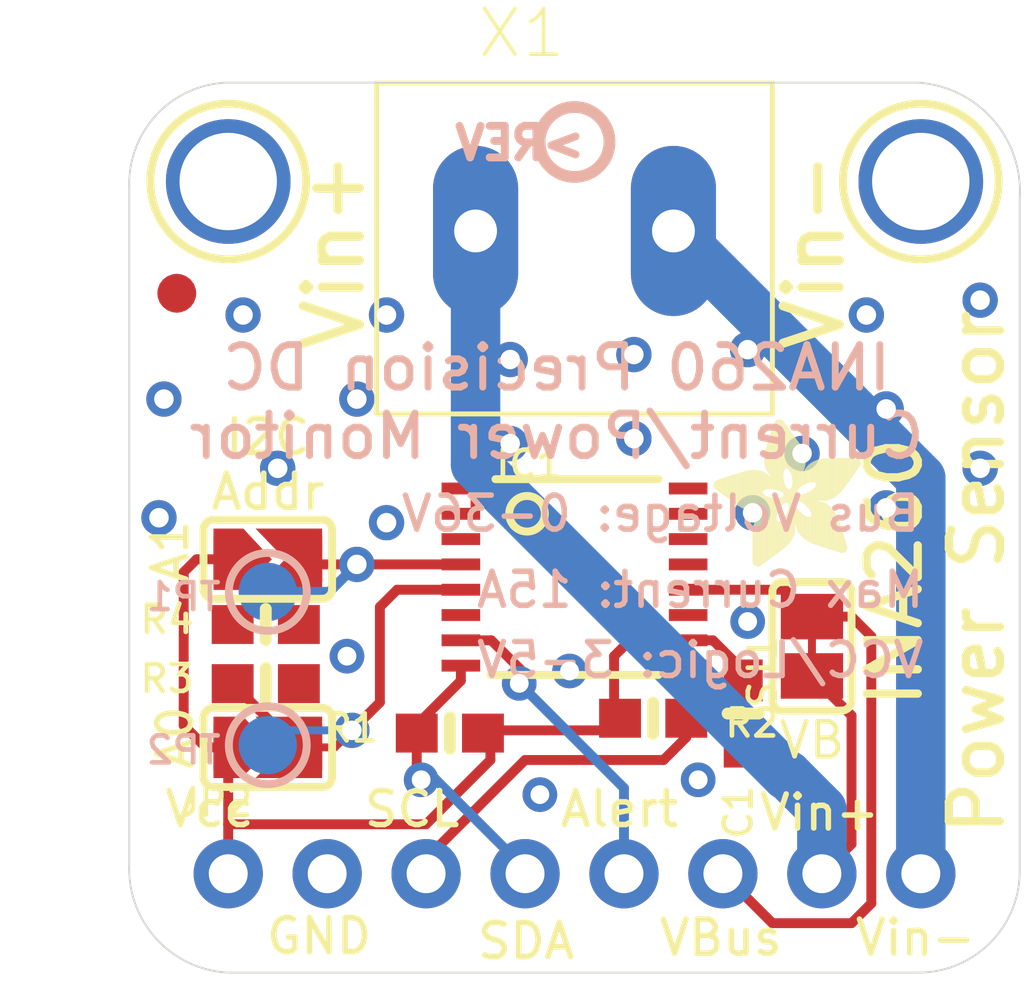
<source format=kicad_pcb>
(kicad_pcb (version 20211014) (generator pcbnew)
  (layers (0 "F.Cu" signal) (31 "B.Cu" signal) (34 "B.Paste" user) (35 "F.Paste" user) (36 "B.SilkS" user "B.Silkscreen") (37 "F.SilkS" user "F.Silkscreen") (38 "B.Mask" user) (39 "F.Mask" user) (44 "Edge.Cuts" user))
  (net 0 "")
  (net 1 "IN+")
  (net 2 "IN-")
  (net 3 "SDA")
  (net 4 "SCL")
  (net 5 "A1")
  (net 6 "A0")
  (net 7 "GND")
  (net 8 "VCC")
  (net 9 "ALERT")
  (net 10 "VBUS")
  (footprint "boardEagle:0603-NO" (layer "F.Cu") (at 150.519085 109.899876)
    (fp_text reference "R2" (at 1.778 0.127) (layer "F.SilkS") (effects (font (size 0.692831 0.692831) (thickness 0.119969)) (justify left)))
    (fp_text value "10K")
    (pad "1" smd rect (at -0.85 0) (size 1.075 1) (layers "F.Cu" "F.Paste" "F.Mask") (net 8 "VCC"))
    (pad "2" smd rect (at 0.85 0) (size 1.075 1) (layers "F.Cu" "F.Paste" "F.Mask") (net 4 "SCL"))
  )
  (footprint "boardEagle:1X08_ROUND_70" (layer "F.Cu") (at 148.499785 113.89346)
    (fp_text reference "JP2" (at -10.2362 -1.8288) (layer "F.SilkS") (effects (font (size 0.692831 0.692831) (thickness 0.119969)) (justify left)))
    (fp_text value "")
    (pad "1" thru_hole circle (at -8.89 0 90) (size 1.778 1.778) (drill 1) (layers *.Cu *.Mask) (net 8 "VCC"))
    (pad "2" thru_hole circle (at -6.35 0 90) (size 1.778 1.778) (drill 1) (layers *.Cu *.Mask) (net 7 "GND"))
    (pad "3" thru_hole circle (at -3.81 0 90) (size 1.778 1.778) (drill 1) (layers *.Cu *.Mask) (net 4 "SCL"))
    (pad "4" thru_hole circle (at -1.27 0 90) (size 1.778 1.778) (drill 1) (layers *.Cu *.Mask) (net 3 "SDA"))
    (pad "5" thru_hole circle (at 1.27 0 90) (size 1.778 1.778) (drill 1) (layers *.Cu *.Mask) (net 9 "ALERT"))
    (pad "6" thru_hole circle (at 3.81 0 90) (size 1.778 1.778) (drill 1) (layers *.Cu *.Mask) (net 10 "VBUS"))
    (pad "7" thru_hole circle (at 6.35 0 90) (size 1.778 1.778) (drill 1) (layers *.Cu *.Mask) (net 1 "IN+"))
    (pad "8" thru_hole circle (at 8.89 0 90) (size 1.778 1.778) (drill 1) (layers *.Cu *.Mask) (net 2 "IN-"))
  )
  (footprint "boardEagle:MICROBUILDER_FIDUCIAL_1MM" (layer "F.Cu") (at 138.288985 98.98366)
    (fp_text reference "FID4" hide)
    (fp_text value "MICROBUILDER_FIDUCIAL\"\"" hide)
    (pad "1" smd roundrect (at 0 0) (size 1 1) (layers "F.Cu") (roundrect_rratio 0.5))
  )
  (footprint "boardEagle:ADAFRUIT_3.5MM" (layer "F.Cu") (at 155.865785 106.01946 90)
    (fp_text reference "U$1" hide)
    (fp_text value "" hide)
  )
  (footprint "boardEagle:0603-NO" (layer "F.Cu") (at 140.573285 109.010876 180)
    (fp_text reference "R3" (at 1.778 0.127) (layer "F.SilkS") (effects (font (size 0.692831 0.692831) (thickness 0.119969)) (justify right)))
    (fp_text value "10K")
    (pad "1" smd rect (at -0.85 0 180) (size 1.075 1) (layers "F.Cu" "F.Paste" "F.Mask") (net 7 "GND"))
    (pad "2" smd rect (at 0.85 0 180) (size 1.075 1) (layers "F.Cu" "F.Paste" "F.Mask") (net 6 "A0"))
  )
  (footprint "boardEagle:SOLDERJUMPER_CLOSEDWIRE" (layer "F.Cu") (at 154.595785 108.05146 90)
    (fp_text reference "SJ1" (at -1.651 -1.27 90) (layer "F.SilkS") (effects (font (size 0.692831 0.692831) (thickness 0.119969)) (justify left)))
    (fp_text value "")
    (pad "1" smd rect (at -0.762 0 90) (size 1.1684 1.6002) (layers "F.Cu") (net 1 "IN+"))
    (pad "2" smd rect (at 0.762 0 90) (size 1.1684 1.6002) (layers "F.Cu") (net 10 "VBUS"))
    (pad "WIRE" smd rect (at 0 0 270) (size 0.635 0.2032) (layers "F.Cu"))
  )
  (footprint "boardEagle:SOLDERJUMPER_ARROW_NOPASTE" (layer "F.Cu") (at 140.625785 110.648045)
    (fp_text reference "SJ3" hide)
    (fp_text value "")
    (fp_poly (pts (xy 1.3946 0.7882) (xy -0.315893 0.7882) (xy 0.443148 0) (xy -0.315893 -0.7882) (xy 1.3946 -0.7882)) (layer "F.Cu") (width 0) (fill solid))
    (fp_poly (pts (xy 0.106121 0.002663) (xy -0.679416 0.7882) (xy -1.3946 0.7882) (xy -1.3946 -0.7882) (xy -0.62715 -0.7882)) (layer "F.Cu") (width 0) (fill solid))
    (pad "1" smd roundrect (at -1.016 0) (size 0.762 1.524) (layers "F.Cu") (net 8 "VCC"))
    (pad "2" smd roundrect (at 1.016 0) (size 0.762 1.524) (layers "F.Cu") (net 6 "A0"))
  )
  (footprint "boardEagle:MICROBUILDER_FIDUCIAL_1MM" (layer "F.Cu") (at 157.389785 110.94706)
    (fp_text reference "FID3" hide)
    (fp_text value "MICROBUILDER_FIDUCIAL\"\"" hide)
    (pad "1" smd roundrect (at 0 0) (size 1 1) (layers "F.Cu") (roundrect_rratio 0.5))
  )
  (footprint "boardEagle:0603-NO" (layer "F.Cu") (at 145.299385 110.280876 180)
    (fp_text reference "R1" (at 1.778 0.127) (layer "F.SilkS") (effects (font (size 0.692831 0.692831) (thickness 0.119969)) (justify right)))
    (fp_text value "10K")
    (pad "1" smd rect (at -0.85 0 180) (size 1.075 1) (layers "F.Cu" "F.Paste" "F.Mask") (net 8 "VCC"))
    (pad "2" smd rect (at 0.85 0 180) (size 1.075 1) (layers "F.Cu" "F.Paste" "F.Mask") (net 3 "SDA"))
  )
  (footprint "boardEagle:0603-NO" (layer "F.Cu") (at 152.830485 109.77866 -90)
    (fp_text reference "C1" (at 1.778 0.127 90) (layer "F.SilkS") (effects (font (size 0.692831 0.692831) (thickness 0.119969)) (justify right)))
    (fp_text value "1uF")
    (pad "1" smd rect (at -0.85 0 270) (size 1.075 1) (layers "F.Cu" "F.Paste" "F.Mask") (net 8 "VCC"))
    (pad "2" smd rect (at 0.85 0 270) (size 1.075 1) (layers "F.Cu" "F.Paste" "F.Mask") (net 7 "GND"))
  )
  (footprint "boardEagle:MOUNTINGHOLE_2.5_PLATED" (layer "F.Cu") (at 139.609785 96.11346)
    (fp_text reference "U$8" hide)
    (fp_text value "MOUNTINGHOLE2.5" hide)
    (pad "P$1" thru_hole circle (at 0 0) (size 3.2 3.2) (drill 2.5) (layers *.Cu *.Mask))
  )
  (footprint "boardEagle:TERMBLOCK_508_1X2" (layer "F.Cu") (at 148.499785 97.38346)
    (fp_text reference "X1" (at -2.54 -5.08) (layer "F.SilkS") (effects (font (size 1.176528 1.176528) (thickness 0.093472)) (justify left)))
    (fp_text value "5.08mm Term" hide)
    (pad "P$3" thru_hole oval (at -2.54 0 90) (size 4.3688 2.1844) (drill 1.1) (layers *.Cu *.Mask) (net 1 "IN+"))
    (pad "P$4" thru_hole oval (at 2.54 0 90) (size 4.3688 2.1844) (drill 1.1) (layers *.Cu *.Mask) (net 2 "IN-"))
  )
  (footprint "boardEagle:TSSOP16" (layer "F.Cu") (at 148.499785 106.27346 -90)
    (fp_text reference "IC1" (at -2.8956 2.0828) (layer "F.SilkS") (effects (font (size 0.692831 0.692831) (thickness 0.119969)) (justify left)))
    (fp_text value "INA260")
    (pad "1" smd rect (at -2.275 2.9178 270) (size 0.3048 0.9906) (layers "F.Cu" "F.Paste" "F.Mask") (net 1 "IN+"))
    (pad "2" smd rect (at -1.625 2.9178 270) (size 0.3048 0.9906) (layers "F.Cu" "F.Paste" "F.Mask") (net 1 "IN+"))
    (pad "3" smd rect (at -0.975 2.9178 270) (size 0.3048 0.9906) (layers "F.Cu" "F.Paste" "F.Mask") (net 1 "IN+"))
    (pad "4" smd rect (at -0.325 2.9178 270) (size 0.3048 0.9906) (layers "F.Cu" "F.Paste" "F.Mask") (net 5 "A1"))
    (pad "5" smd rect (at 0.325 2.9178 270) (size 0.3048 0.9906) (layers "F.Cu" "F.Paste" "F.Mask") (net 6 "A0"))
    (pad "6" smd rect (at 0.975 2.9178 270) (size 0.3048 0.9906) (layers "F.Cu" "F.Paste" "F.Mask") (net 7 "GND"))
    (pad "7" smd rect (at 1.625 2.9178 270) (size 0.3048 0.9906) (layers "F.Cu" "F.Paste" "F.Mask") (net 9 "ALERT"))
    (pad "8" smd rect (at 2.275 2.9178 270) (size 0.3048 0.9906) (layers "F.Cu" "F.Paste" "F.Mask") (net 3 "SDA"))
    (pad "9" smd rect (at 2.275 -2.9178 270) (size 0.3048 0.9906) (layers "F.Cu" "F.Paste" "F.Mask") (net 4 "SCL"))
    (pad "10" smd rect (at 1.625 -2.9178 270) (size 0.3048 0.9906) (layers "F.Cu" "F.Paste" "F.Mask") (net 8 "VCC"))
    (pad "11" smd rect (at 0.975 -2.9178 270) (size 0.3048 0.9906) (layers "F.Cu" "F.Paste" "F.Mask") (net 7 "GND"))
    (pad "12" smd rect (at 0.325 -2.9178 270) (size 0.3048 0.9906) (layers "F.Cu" "F.Paste" "F.Mask") (net 10 "VBUS"))
    (pad "13" smd rect (at -0.325 -2.9178 270) (size 0.3048 0.9906) (layers "F.Cu" "F.Paste" "F.Mask") (net 7 "GND"))
    (pad "14" smd rect (at -0.975 -2.9178 270) (size 0.3048 0.9906) (layers "F.Cu" "F.Paste" "F.Mask") (net 2 "IN-"))
    (pad "15" smd rect (at -1.625 -2.9178 270) (size 0.3048 0.9906) (layers "F.Cu" "F.Paste" "F.Mask") (net 2 "IN-"))
    (pad "16" smd rect (at -2.275 -2.9178 270) (size 0.3048 0.9906) (layers "F.Cu" "F.Paste" "F.Mask") (net 2 "IN-"))
  )
  (footprint "boardEagle:MOUNTINGHOLE_2.5_PLATED" (layer "F.Cu") (at 157.389785 96.11346)
    (fp_text reference "U$7" hide)
    (fp_text value "MOUNTINGHOLE2.5" hide)
    (pad "P$1" thru_hole circle (at 0 0) (size 3.2 3.2) (drill 2.5) (layers *.Cu *.Mask))
  )
  (footprint "boardEagle:0603-NO" (layer "F.Cu") (at 140.573285 107.49266 180)
    (fp_text reference "R4" (at 1.778 0.127) (layer "F.SilkS") (effects (font (size 0.692831 0.692831) (thickness 0.119969)) (justify right)))
    (fp_text value "10K")
    (pad "1" smd rect (at -0.85 0 180) (size 1.075 1) (layers "F.Cu" "F.Paste" "F.Mask") (net 7 "GND"))
    (pad "2" smd rect (at 0.85 0 180) (size 1.075 1) (layers "F.Cu" "F.Paste" "F.Mask") (net 5 "A1"))
  )
  (footprint "boardEagle:SOLDERJUMPER_ARROW_NOPASTE" (layer "F.Cu") (at 140.625785 105.81626)
    (fp_text reference "SJ4" hide)
    (fp_text value "")
    (fp_poly (pts (xy 1.3946 0.7882) (xy -0.315893 0.7882) (xy 0.443148 0) (xy -0.315893 -0.7882) (xy 1.3946 -0.7882)) (layer "F.Cu") (width 0) (fill solid))
    (fp_poly (pts (xy 0.106121 0.002663) (xy -0.679416 0.7882) (xy -1.3946 0.7882) (xy -1.3946 -0.7882) (xy -0.62715 -0.7882)) (layer "F.Cu") (width 0) (fill solid))
    (pad "1" smd roundrect (at -1.016 0) (size 0.762 1.524) (layers "F.Cu") (net 8 "VCC"))
    (pad "2" smd roundrect (at 1.016 0) (size 0.762 1.524) (layers "F.Cu") (net 5 "A1"))
  )
  (footprint "boardEagle:PCBFEAT-REV-040" (layer "B.Cu") (at 148.499785 95.09746 180)
    (fp_text reference "U$6" hide)
    (fp_text value "" hide)
    (fp_text user ">REV" (at -0.3556 -0.508) (layer "B.SilkS") (effects (font (size 0.8128 0.8128) (thickness 0.2032)) (justify left bottom mirror)))
  )
  (footprint "boardEagle:TESTPOINT_ROUND_1.5MM" (layer "B.Cu") (at 140.625785 110.59146 180)
    (fp_text reference "TP2" (at 1.143 -0.127) (layer "B.SilkS") (effects (font (size 0.692831 0.692831) (thickness 0.119969)) (justify left mirror)))
    (fp_text value "")
    (pad "P$1" smd roundrect (at 0 0 180) (size 1.5 1.5) (layers "B.Cu" "B.Mask") (roundrect_rratio 0.5) (net 6 "A0"))
  )
  (footprint "boardEagle:TESTPOINT_ROUND_1.5MM" (layer "B.Cu") (at 140.625785 106.65446 180)
    (fp_text reference "TP1" (at 1.143 -0.127) (layer "B.SilkS") (effects (font (size 0.692831 0.692831) (thickness 0.119969)) (justify left mirror)))
    (fp_text value "")
    (pad "P$1" smd roundrect (at 0 0 180) (size 1.5 1.5) (layers "B.Cu" "B.Mask") (roundrect_rratio 0.5) (net 5 "A1"))
  )
  (gr_line (start 139.609785 116.43346) (end 157.288185 116.43346) (layer "Edge.Cuts") (width 0.05))
  (gr_arc (start 139.609785 116.43346) (mid 137.761129 115.562511) (end 137.069785 113.63946) (layer "Edge.Cuts") (width 0.05))
  (gr_arc (start 157.313585 93.57346) (mid 159.237165 94.517527) (end 159.929785 96.54526) (layer "Edge.Cuts") (width 0.05))
  (gr_line (start 157.313585 93.57346) (end 139.558985 93.57346) (layer "Edge.Cuts") (width 0.05))
  (gr_arc (start 137.069785 96.29126) (mid 137.75151 94.41683) (end 139.558985 93.57346) (layer "Edge.Cuts") (width 0.05))
  (gr_arc (start 159.929785 113.86806) (mid 159.140297 115.697853) (end 157.288185 116.43346) (layer "Edge.Cuts") (width 0.05))
  (gr_line (start 137.069785 96.29126) (end 137.069785 113.63946) (layer "Edge.Cuts") (width 0.05))
  (gr_line (start 159.929785 113.86806) (end 159.929785 96.54526) (layer "Edge.Cuts") (width 0.05))
  (gr_text "Bus Voltage: 0-36V" (at 157.440585 105.15586) (layer "B.SilkS") (effects (font (size 0.87376 0.87376) (thickness 0.14224)) (justify left bottom mirror)))
  (gr_text "INA260 Precision DC\nCurrent/Power Monitor" (at 148.042585 101.77766) (layer "B.SilkS") (effects (font (size 1.0922 1.0922) (thickness 0.1778)) (justify mirror)))
  (gr_text "Max Current: 15A" (at 157.542185 107.11166) (layer "B.SilkS") (effects (font (size 0.87376 0.87376) (thickness 0.14224)) (justify left bottom mirror)))
  (gr_text "VCC/Logic: 3-5V" (at 157.542185 108.91506) (layer "B.SilkS") (effects (font (size 0.87376 0.87376) (thickness 0.14224)) (justify left bottom mirror)))
  (gr_text "Vin-" (at 155.484785 100.55846 90) (layer "F.SilkS") (effects (font (size 1.441704 1.441704) (thickness 0.234696)) (justify left bottom)))
  (gr_text "Vin-" (at 158.862985 115.02376) (layer "F.SilkS") (effects (font (size 0.87376 0.87376) (thickness 0.14224)) (justify right top)))
  (gr_text "I2C\nAddr" (at 140.625785 103.37786) (layer "F.SilkS") (effects (font (size 0.87376 0.87376) (thickness 0.14224))))
  (gr_text "SDA" (at 148.575985 115.11266) (layer "F.SilkS") (effects (font (size 0.87376 0.87376) (thickness 0.14224)) (justify right top)))
  (gr_text "SCL" (at 145.629585 111.72176) (layer "F.SilkS") (effects (font (size 0.87376 0.87376) (thickness 0.14224)) (justify right top)))
  (gr_text "INA260\nPower Sensor" (at 157.770785 106.14646 90) (layer "F.SilkS") (effects (font (size 1.31064 1.31064) (thickness 0.21336))))
  (gr_text "A1" (at 138.631885 106.50206 90) (layer "F.SilkS") (effects (font (size 0.87376 0.87376) (thickness 0.14224)) (justify left bottom)))
  (gr_text "Vin+" (at 143.165785 100.55846 90) (layer "F.SilkS") (effects (font (size 1.441704 1.441704) (thickness 0.234696)) (justify left bottom)))
  (gr_text "Vin+" (at 156.399185 111.81066) (layer "F.SilkS") (effects (font (size 0.87376 0.87376) (thickness 0.14224)) (justify right top)))
  (gr_text "Alert" (at 151.242985 111.72176) (layer "F.SilkS") (effects (font (size 0.87376 0.87376) (thickness 0.14224)) (justify right top)))
  (gr_text "VB" (at 154.595785 110.46446) (layer "F.SilkS") (effects (font (size 0.89408 0.89408) (thickness 0.12192))))
  (gr_text "GND" (at 143.368985 114.98566) (layer "F.SilkS") (effects (font (size 0.87376 0.87376) (thickness 0.14224)) (justify right top)))
  (gr_text "VBus" (at 153.909985 115.02376) (layer "F.SilkS") (effects (font (size 0.87376 0.87376) (thickness 0.14224)) (justify right top)))
  (gr_text "Vcc" (at 140.346385 111.72176) (layer "F.SilkS") (effects (font (size 0.87376 0.87376) (thickness 0.14224)) (justify right top)))
  (gr_text "A0" (at 138.758885 111.27726 90) (layer "F.SilkS") (effects (font (size 0.87376 0.87376) (thickness 0.14224)) (justify left bottom)))
  (segment (start 145.959785 104.49546) (end 145.959785 97.38346) (width 0.254) (layer "F.Cu") (net 1))
  (segment (start 154.595785 108.81346) (end 155.611785 109.82946) (width 0.254) (layer "F.Cu") (net 1))
  (segment (start 154.849785 113.89346) (end 155.611785 113.13146) (width 0.254) (layer "F.Cu") (net 1))
  (segment (start 155.611785 109.82946) (end 155.611785 113.13146) (width 0.254) (layer "F.Cu") (net 1))
  (via (at 137.958785 101.70146) (size 0.9064) (drill 0.5) (layers "F.Cu" "B.Cu") (net 1))
  (via (at 146.848785 102.84446) (size 0.9064) (drill 0.5) (layers "F.Cu" "B.Cu") (net 1))
  (via (at 143.673785 104.87646) (size 0.9064) (drill 0.5) (layers "F.Cu" "B.Cu") (net 1))
  (via (at 146.848785 100.68546) (size 0.9064) (drill 0.5) (layers "F.Cu" "B.Cu") (net 1))
  (via (at 143.673785 99.54246) (size 0.9064) (drill 0.5) (layers "F.Cu" "B.Cu") (net 1))
  (via (at 139.990785 99.54246) (size 0.9064) (drill 0.5) (layers "F.Cu" "B.Cu") (net 1))
  (via (at 142.911785 101.70146) (size 0.9064) (drill 0.5) (layers "F.Cu" "B.Cu") (net 1))
  (via (at 137.831785 104.74946) (size 0.9064) (drill 0.5) (layers "F.Cu" "B.Cu") (net 1))
  (via (at 140.879785 103.47946) (size 0.9064) (drill 0.5) (layers "F.Cu" "B.Cu") (net 1))
  (segment (start 154.849785 112.24246) (end 153.973485 111.36616) (width 1.27) (layer "B.Cu") (net 1))
  (segment (start 153.937472 111.36616) (end 145.959785 103.388473) (width 1.27) (layer "B.Cu") (net 1))
  (segment (start 154.849785 113.89346) (end 154.849785 112.24246) (width 1.27) (layer "B.Cu") (net 1))
  (segment (start 145.959785 103.388473) (end 145.959785 97.38346) (width 1.27) (layer "B.Cu") (net 1))
  (segment (start 153.973485 111.36616) (end 153.937472 111.36616) (width 1.27) (layer "B.Cu") (net 1))
  (via (at 150.023785 100.55846) (size 0.9064) (drill 0.5) (layers "F.Cu" "B.Cu") (net 2))
  (via (at 152.944785 100.43146) (size 0.9064) (drill 0.5) (layers "F.Cu" "B.Cu") (net 2))
  (via (at 158.913785 103.47946) (size 0.9064) (drill 0.5) (layers "F.Cu" "B.Cu") (net 2))
  (via (at 150.023785 102.71746) (size 0.9064) (drill 0.5) (layers "F.Cu" "B.Cu") (net 2))
  (via (at 158.913785 99.16146) (size 0.9064) (drill 0.5) (layers "F.Cu" "B.Cu") (net 2))
  (via (at 156.500785 101.95546) (size 0.9064) (drill 0.5) (layers "F.Cu" "B.Cu") (net 2))
  (via (at 153.071785 104.62246) (size 0.9064) (drill 0.5) (layers "F.Cu" "B.Cu") (net 2))
  (via (at 154.341785 103.09846) (size 0.9064) (drill 0.5) (layers "F.Cu" "B.Cu") (net 2))
  (via (at 155.992785 99.54246) (size 0.9064) (drill 0.5) (layers "F.Cu" "B.Cu") (net 2))
  (via (at 156.500785 104.49546) (size 0.9064) (drill 0.5) (layers "F.Cu" "B.Cu") (net 2))
  (segment (start 157.389785 103.73346) (end 151.039785 97.38346) (width 1.27) (layer "B.Cu") (net 2))
  (segment (start 157.389785 113.89346) (end 157.389785 103.73346) (width 1.27) (layer "B.Cu") (net 2))
  (segment (start 144.449385 110.280876) (end 144.449385 111.36706) (width 0.254) (layer "F.Cu") (net 3))
  (segment (start 144.449385 110.06986) (end 144.449385 110.280876) (width 0.254) (layer "F.Cu") (net 3))
  (segment (start 145.581985 108.54846) (end 145.581985 108.93726) (width 0.254) (layer "F.Cu") (net 3))
  (segment (start 145.581985 108.93726) (end 144.449385 110.06986) (width 0.254) (layer "F.Cu") (net 3))
  (segment (start 144.562785 111.48046) (end 144.449385 111.36706) (width 0.254) (layer "F.Cu") (net 3))
  (via (at 144.562785 111.48046) (size 0.889) (drill 0.4826) (layers "F.Cu" "B.Cu") (net 3))
  (segment (start 147.229785 113.76646) (end 147.229785 113.89346) (width 0.254) (layer "B.Cu") (net 3))
  (segment (start 144.575485 111.46776) (end 144.562785 111.48046) (width 0.254) (layer "B.Cu") (net 3))
  (segment (start 144.931085 111.46776) (end 144.575485 111.46776) (width 0.254) (layer "B.Cu") (net 3))
  (segment (start 147.229785 113.76646) (end 144.931085 111.46776) (width 0.254) (layer "B.Cu") (net 3))
  (segment (start 151.417585 108.54846) (end 151.417585 109.851376) (width 0.254) (layer "F.Cu") (net 4))
  (segment (start 151.417585 109.851376) (end 151.369085 109.899876) (width 0.254) (layer "F.Cu") (net 4))
  (segment (start 150.785785 110.97246) (end 147.229785 110.97246) (width 0.254) (layer "F.Cu") (net 4))
  (segment (start 151.369085 109.899876) (end 151.369085 110.38916) (width 0.254) (layer "F.Cu") (net 4))
  (segment (start 144.689785 113.51246) (end 144.689785 113.89346) (width 0.254) (layer "F.Cu") (net 4))
  (segment (start 151.369085 110.38916) (end 150.785785 110.97246) (width 0.254) (layer "F.Cu") (net 4))
  (segment (start 147.229785 110.97246) (end 144.689785 113.51246) (width 0.254) (layer "F.Cu") (net 4))
  (segment (start 140.942485 106.27346) (end 141.006785 106.27346) (width 0.254) (layer "F.Cu") (net 5))
  (segment (start 141.006785 106.27346) (end 141.399685 105.88056) (width 0.254) (layer "F.Cu") (net 5))
  (segment (start 145.581985 105.94846) (end 142.911785 105.94846) (width 0.254) (layer "F.Cu") (net 5))
  (segment (start 141.773985 105.94846) (end 142.911785 105.94846) (width 0.254) (layer "F.Cu") (net 5))
  (segment (start 141.399685 105.88056) (end 141.399685 105.81626) (width 0.254) (layer "F.Cu") (net 5))
  (segment (start 141.641785 105.81626) (end 141.773985 105.94846) (width 0.254) (layer "F.Cu") (net 5))
  (segment (start 139.723285 107.49266) (end 140.942485 106.27346) (width 0.254) (layer "F.Cu") (net 5))
  (segment (start 141.399685 105.81626) (end 141.641785 105.81626) (width 0.254) (layer "F.Cu") (net 5))
  (via (at 142.911785 105.94846) (size 0.9064) (drill 0.5) (layers "F.Cu" "B.Cu") (net 5))
  (segment (start 142.205785 106.65446) (end 142.911785 105.94846) (width 0.254) (layer "B.Cu") (net 5))
  (segment (start 140.625785 106.65446) (end 142.205785 106.65446) (width 0.254) (layer "B.Cu") (net 5))
  (segment (start 139.723285 109.010876) (end 141.360453 110.648045) (width 0.254) (layer "F.Cu") (net 6))
  (segment (start 143.945172 106.598467) (end 143.945178 106.59846) (width 0.254) (layer "F.Cu") (net 6))
  (segment (start 143.945172 106.598467) (end 143.503585 107.040057) (width 0.254) (layer "F.Cu") (net 6))
  (segment (start 141.360453 110.648045) (end 141.641785 110.648045) (width 0.254) (layer "F.Cu") (net 6))
  (segment (start 141.641785 110.648045) (end 142.3472 110.648045) (width 0.2032) (layer "F.Cu") (net 6))
  (segment (start 143.503585 109.49166) (end 142.784785 110.21046) (width 0.254) (layer "F.Cu") (net 6))
  (segment (start 143.503585 107.040057) (end 143.503585 109.49166) (width 0.254) (layer "F.Cu") (net 6))
  (segment (start 143.945178 106.59846) (end 145.581985 106.59846) (width 0.254) (layer "F.Cu") (net 6))
  (segment (start 142.784785 110.21046) (end 142.3472 110.648045) (width 0.2032) (layer "F.Cu") (net 6))
  (via (at 142.784785 110.21046) (size 0.9064) (drill 0.5) (layers "F.Cu" "B.Cu") (net 6))
  (segment (start 141.006785 110.21046) (end 140.625785 110.59146) (width 0.2032) (layer "B.Cu") (net 6))
  (segment (start 142.784785 110.21046) (end 141.006785 110.21046) (width 0.2032) (layer "B.Cu") (net 6))
  (via (at 151.674785 111.48046) (size 0.889) (drill 0.4826) (layers "F.Cu" "B.Cu") (net 7))
  (via (at 148.372785 108.68646) (size 0.889) (drill 0.4826) (layers "F.Cu" "B.Cu") (net 7))
  (via (at 147.610785 111.86146) (size 0.889) (drill 0.4826) (layers "F.Cu" "B.Cu") (net 7))
  (via (at 142.657785 108.30546) (size 0.889) (drill 0.4826) (layers "F.Cu" "B.Cu") (net 7))
  (via (at 152.944785 107.41646) (size 0.889) (drill 0.4826) (layers "F.Cu" "B.Cu") (net 7))
  (segment (start 138.796985 105.81626) (end 138.466785 106.14646) (width 0.254) (layer "F.Cu") (net 8))
  (segment (start 139.609785 105.81626) (end 138.796985 105.81626) (width 0.254) (layer "F.Cu") (net 8))
  (segment (start 146.340785 110.97246) (end 146.340785 110.472276) (width 0.254) (layer "F.Cu") (net 8))
  (segment (start 152.830485 108.67466) (end 152.054285 107.89846) (width 0.254) (layer "F.Cu") (net 8))
  (segment (start 152.830485 108.92866) (end 152.830485 108.67466) (width 0.254) (layer "F.Cu") (net 8))
  (segment (start 146.149385 110.280876) (end 146.2198 110.21046) (width 0.254) (layer "F.Cu") (net 8))
  (segment (start 139.609785 110.648045) (end 139.609785 112.62346) (width 0.254) (layer "F.Cu") (net 8))
  (segment (start 149.922785 107.89846) (end 149.515785 108.30546) (width 0.254) (layer "F.Cu") (net 8))
  (segment (start 149.669085 109.899876) (end 149.3585 110.21046) (width 0.254) (layer "F.Cu") (net 8))
  (segment (start 138.466785 106.14646) (end 138.466785 110.08346) (width 0.254) (layer "F.Cu") (net 8))
  (segment (start 149.3585 110.21046) (end 146.2198 110.21046) (width 0.254) (layer "F.Cu") (net 8))
  (segment (start 149.515785 108.30546) (end 149.515785 109.899876) (width 0.254) (layer "F.Cu") (net 8))
  (segment (start 149.669085 109.899876) (end 149.515785 109.899876) (width 0.254) (layer "F.Cu") (net 8))
  (segment (start 146.340785 110.97246) (end 144.689785 112.62346) (width 0.254) (layer "F.Cu") (net 8))
  (segment (start 144.689785 112.62346) (end 139.609785 112.62346) (width 0.254) (layer "F.Cu") (net 8))
  (segment (start 151.417585 107.89846) (end 152.054285 107.89846) (width 0.254) (layer "F.Cu") (net 8))
  (segment (start 139.031369 110.648045) (end 139.609785 110.648045) (width 0.254) (layer "F.Cu") (net 8))
  (segment (start 146.340785 110.472276) (end 146.149385 110.280876) (width 0.254) (layer "F.Cu") (net 8))
  (segment (start 139.609785 112.62346) (end 139.609785 113.89346) (width 0.254) (layer "F.Cu") (net 8))
  (segment (start 151.417585 107.89846) (end 149.922785 107.89846) (width 0.254) (layer "F.Cu") (net 8))
  (segment (start 138.466785 110.08346) (end 139.031369 110.648045) (width 0.254) (layer "F.Cu") (net 8))
  (segment (start 147.102781 108.981764) (end 147.080585 109.00396) (width 0.254) (layer "F.Cu") (net 9))
  (segment (start 146.365394 107.89846) (end 145.581985 107.89846) (width 0.254) (layer "F.Cu") (net 9))
  (segment (start 147.102781 108.635848) (end 147.102781 108.981764) (width 0.254) (layer "F.Cu") (net 9))
  (segment (start 147.102781 108.635848) (end 146.365394 107.89846) (width 0.254) (layer "F.Cu") (net 9))
  (via (at 147.080585 109.00396) (size 0.889) (drill 0.4826) (layers "F.Cu" "B.Cu") (net 9))
  (segment (start 149.769785 111.69316) (end 147.080585 109.00396) (width 0.254) (layer "B.Cu") (net 9))
  (segment (start 149.769785 113.89346) (end 149.769785 111.69316) (width 0.254) (layer "B.Cu") (net 9))
  (segment (start 155.611785 115.16346) (end 156.119785 114.65546) (width 0.254) (layer "F.Cu") (net 10))
  (segment (start 151.417585 106.59846) (end 153.904785 106.59846) (width 0.254) (layer "F.Cu") (net 10))
  (segment (start 156.119785 107.79746) (end 156.119785 114.65546) (width 0.254) (layer "F.Cu") (net 10))
  (segment (start 152.309785 113.89346) (end 153.579785 115.16346) (width 0.254) (layer "F.Cu") (net 10))
  (segment (start 156.119785 107.79746) (end 155.611785 107.28946) (width 0.254) (layer "F.Cu") (net 10))
  (segment (start 155.611785 107.28946) (end 154.595785 107.28946) (width 0.254) (layer "F.Cu") (net 10))
  (segment (start 153.579785 115.16346) (end 155.611785 115.16346) (width 0.254) (layer "F.Cu") (net 10))
  (segment (start 154.595785 107.28946) (end 153.904785 106.59846) (width 0.254) (layer "F.Cu") (net 10))
)
</source>
